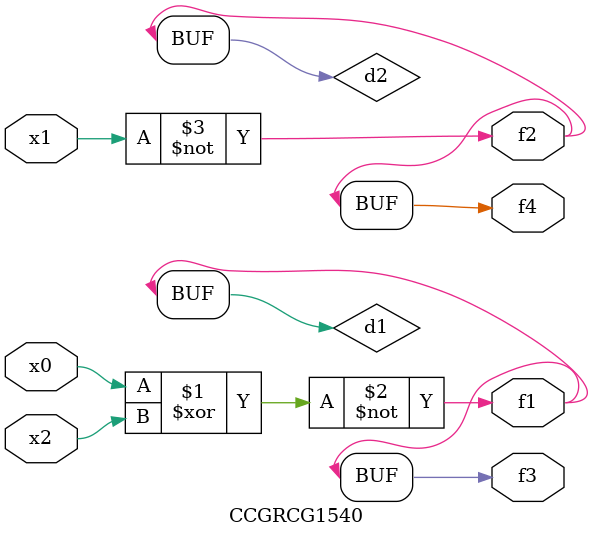
<source format=v>
module CCGRCG1540(
	input x0, x1, x2,
	output f1, f2, f3, f4
);

	wire d1, d2, d3;

	xnor (d1, x0, x2);
	nand (d2, x1);
	nor (d3, x1, x2);
	assign f1 = d1;
	assign f2 = d2;
	assign f3 = d1;
	assign f4 = d2;
endmodule

</source>
